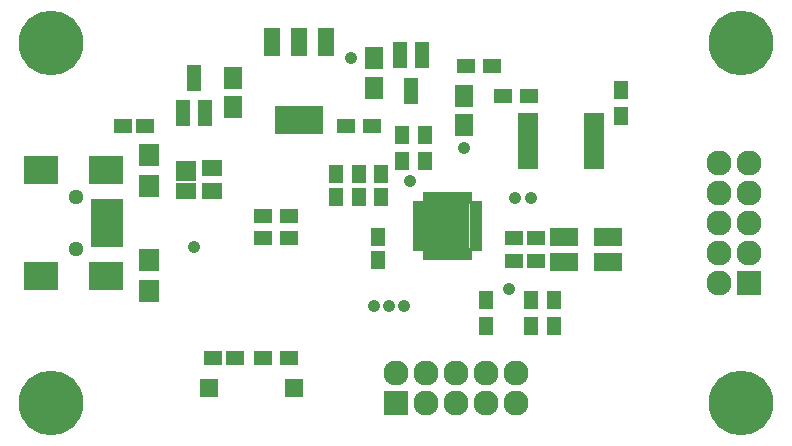
<source format=gbr>
G04 #@! TF.FileFunction,Soldermask,Top*
%FSLAX46Y46*%
G04 Gerber Fmt 4.6, Leading zero omitted, Abs format (unit mm)*
G04 Created by KiCad (PCBNEW 4.0.2+dfsg1-stable) date Fri 29 Jul 2016 09:24:32 AM CST*
%MOMM*%
G01*
G04 APERTURE LIST*
%ADD10C,0.100000*%
%ADD11C,1.050000*%
%ADD12R,1.650000X1.650000*%
%ADD13R,2.400000X1.600000*%
%ADD14R,1.800000X1.800000*%
%ADD15R,1.800000X1.400000*%
%ADD16R,4.057600X2.432000*%
%ADD17R,1.416000X2.432000*%
%ADD18R,1.797000X0.831800*%
%ADD19R,1.600000X1.300000*%
%ADD20R,1.300000X1.600000*%
%ADD21R,2.127200X2.127200*%
%ADD22O,2.127200X2.127200*%
%ADD23R,2.701240X0.900380*%
%ADD24R,2.899360X2.398980*%
%ADD25C,1.299160*%
%ADD26R,1.700000X1.900000*%
%ADD27R,1.200100X2.200860*%
%ADD28R,1.650000X1.900000*%
%ADD29R,1.600000X1.150000*%
%ADD30R,1.150000X1.600000*%
%ADD31R,1.100000X0.650000*%
%ADD32R,0.650000X1.100000*%
%ADD33R,2.125000X2.125000*%
%ADD34C,5.480000*%
G04 APERTURE END LIST*
D10*
D11*
X148590000Y-101600000D03*
D12*
X136525000Y-129540000D03*
X143725000Y-129540000D03*
D11*
X153543000Y-112014000D03*
X158115000Y-109220000D03*
X163830000Y-113411000D03*
X162433000Y-113411000D03*
D13*
X170307000Y-116713000D03*
X166607000Y-116713000D03*
X166607000Y-118913000D03*
X170307000Y-118913000D03*
D11*
X161925000Y-121158000D03*
X150495000Y-122555000D03*
X151765000Y-122555000D03*
X135255000Y-117602000D03*
X153035000Y-122555000D03*
D14*
X134620000Y-111125000D03*
D15*
X134620000Y-112845000D03*
X136820000Y-112845000D03*
X136820000Y-110925000D03*
D16*
X144145000Y-106807000D03*
D17*
X144145000Y-100203000D03*
X141859000Y-100203000D03*
X146431000Y-100203000D03*
D18*
X163576000Y-106654600D03*
X163576000Y-107289600D03*
X163576000Y-107950000D03*
X163576000Y-108585000D03*
X163576000Y-109245400D03*
X163576000Y-109893100D03*
X163576000Y-110540800D03*
X169164000Y-110540800D03*
X169164000Y-109893100D03*
X169164000Y-109245400D03*
X169164000Y-108585000D03*
X169164000Y-107937300D03*
X169164000Y-107289600D03*
X169164000Y-106641900D03*
D19*
X150325000Y-107315000D03*
X148125000Y-107315000D03*
X143340000Y-127000000D03*
X141140000Y-127000000D03*
D20*
X154813000Y-110320000D03*
X154813000Y-108120000D03*
X152908000Y-108120000D03*
X152908000Y-110320000D03*
X160020000Y-122090000D03*
X160020000Y-124290000D03*
X165735000Y-122090000D03*
X165735000Y-124290000D03*
D19*
X160485000Y-102235000D03*
X158285000Y-102235000D03*
D20*
X163830000Y-124290000D03*
X163830000Y-122090000D03*
D19*
X161460000Y-104775000D03*
X163660000Y-104775000D03*
X143340000Y-114935000D03*
X141140000Y-114935000D03*
X141140000Y-116840000D03*
X143340000Y-116840000D03*
D20*
X171450000Y-104310000D03*
X171450000Y-106510000D03*
D21*
X182245000Y-120650000D03*
D22*
X179705000Y-120650000D03*
X182245000Y-118110000D03*
X179705000Y-118110000D03*
X182245000Y-115570000D03*
X179705000Y-115570000D03*
X182245000Y-113030000D03*
X179705000Y-113030000D03*
X182245000Y-110490000D03*
X179705000Y-110490000D03*
D21*
X152400000Y-130810000D03*
D22*
X152400000Y-128270000D03*
X154940000Y-130810000D03*
X154940000Y-128270000D03*
X157480000Y-130810000D03*
X157480000Y-128270000D03*
X160020000Y-130810000D03*
X160020000Y-128270000D03*
X162560000Y-130810000D03*
X162560000Y-128270000D03*
D23*
X127909320Y-113969800D03*
X127909320Y-114769900D03*
X127909320Y-115570000D03*
X127909320Y-116370100D03*
X127909320Y-117170200D03*
D24*
X127810260Y-111119920D03*
X122311160Y-111119920D03*
X127810260Y-120020080D03*
X122311160Y-120020080D03*
D25*
X125310900Y-113370360D03*
X125310900Y-117769640D03*
D26*
X131445000Y-121365000D03*
X131445000Y-118665000D03*
X131445000Y-112475000D03*
X131445000Y-109775000D03*
D27*
X154620000Y-101368860D03*
X152720000Y-101368860D03*
X153670000Y-104371140D03*
X134305000Y-106276140D03*
X136205000Y-106276140D03*
X135255000Y-103273860D03*
D28*
X158115000Y-107295000D03*
X158115000Y-104795000D03*
X150495000Y-101620000D03*
X150495000Y-104120000D03*
X138557000Y-103271000D03*
X138557000Y-105771000D03*
D29*
X138745000Y-127000000D03*
X136845000Y-127000000D03*
D30*
X150876000Y-116779000D03*
X150876000Y-118679000D03*
D29*
X131125000Y-107315000D03*
X129225000Y-107315000D03*
X162372000Y-118745000D03*
X164272000Y-118745000D03*
X162372000Y-116840000D03*
X164272000Y-116840000D03*
D30*
X147320000Y-113345000D03*
X147320000Y-111445000D03*
X149225000Y-113345000D03*
X149225000Y-111445000D03*
X151130000Y-113345000D03*
X151130000Y-111445000D03*
D31*
X154318000Y-114074000D03*
X154318000Y-114574000D03*
X154318000Y-115074000D03*
X154318000Y-115574000D03*
X154318000Y-116074000D03*
X154318000Y-116574000D03*
X154318000Y-117074000D03*
X154318000Y-117574000D03*
D32*
X154968000Y-118224000D03*
X155468000Y-118224000D03*
X155968000Y-118224000D03*
X156468000Y-118224000D03*
X156968000Y-118224000D03*
X157468000Y-118224000D03*
X157968000Y-118224000D03*
X158468000Y-118224000D03*
D31*
X159118000Y-117574000D03*
X159118000Y-117074000D03*
X159118000Y-116574000D03*
X159118000Y-116074000D03*
X159118000Y-115574000D03*
X159118000Y-115074000D03*
X159118000Y-114574000D03*
X159118000Y-114074000D03*
D32*
X158468000Y-113424000D03*
X157968000Y-113424000D03*
X157468000Y-113424000D03*
X156968000Y-113424000D03*
X156468000Y-113424000D03*
X155968000Y-113424000D03*
X155468000Y-113424000D03*
X154968000Y-113424000D03*
D33*
X157580500Y-116686500D03*
X157580500Y-114961500D03*
X155855500Y-116686500D03*
X155855500Y-114961500D03*
D34*
X181610000Y-100330000D03*
X181610000Y-130810000D03*
X123190000Y-130810000D03*
X123190000Y-100330000D03*
M02*

</source>
